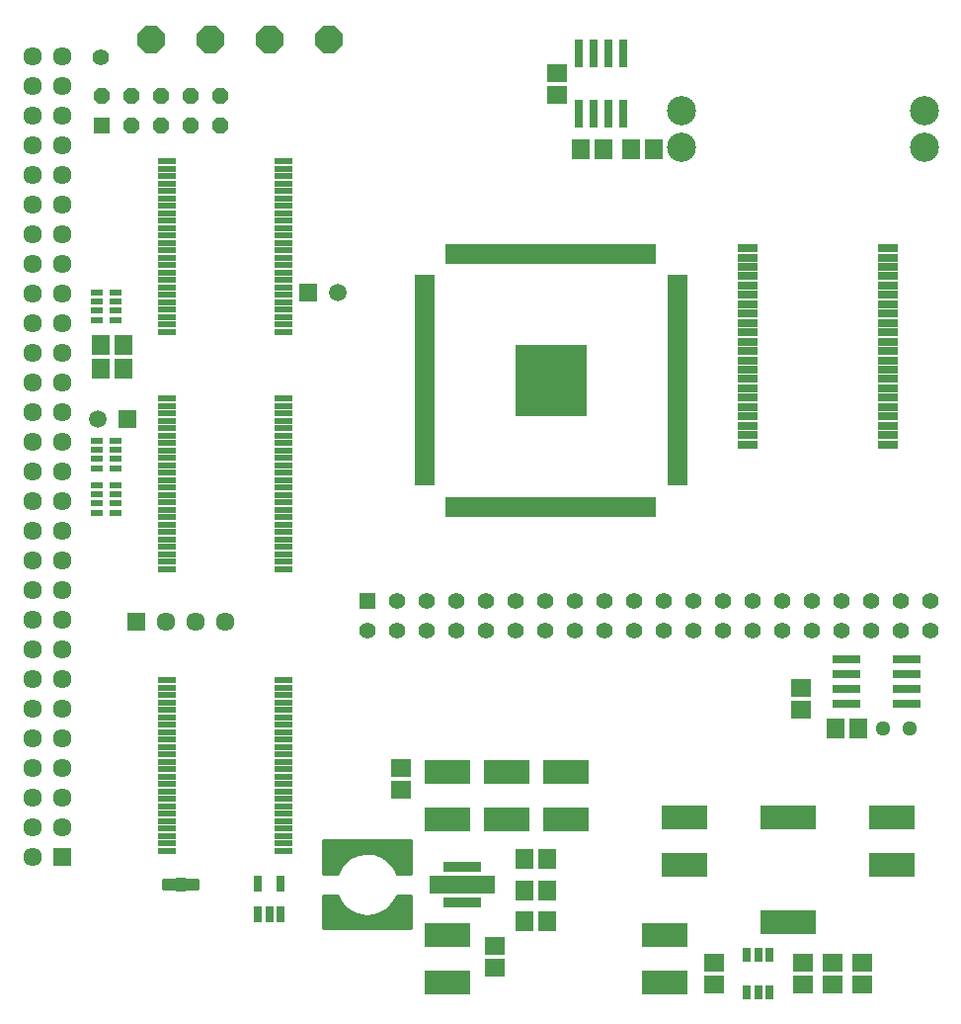
<source format=gts>
G75*
%MOIN*%
%OFA0B0*%
%FSLAX25Y25*%
%IPPOS*%
%LPD*%
%AMOC8*
5,1,8,0,0,1.08239X$1,22.5*
%
%ADD10C,0.05099*%
%ADD11C,0.09855*%
%ADD12R,0.06706X0.05918*%
%ADD13R,0.15367X0.07887*%
%ADD14R,0.06337X0.06337*%
%ADD15C,0.06337*%
%ADD16R,0.05918X0.02375*%
%ADD17R,0.03162X0.09461*%
%ADD18R,0.07099X0.01981*%
%ADD19R,0.01981X0.07099*%
%ADD20R,0.24000X0.24000*%
%ADD21R,0.03162X0.05131*%
%ADD22R,0.18910X0.07887*%
%ADD23R,0.05918X0.06706*%
%ADD24R,0.06706X0.02572*%
%ADD25R,0.05550X0.05550*%
%ADD26C,0.05550*%
%ADD27OC8,0.05550*%
%ADD28R,0.03937X0.02362*%
%ADD29R,0.02965X0.05524*%
%ADD30R,0.09461X0.03162*%
%ADD31C,0.01580*%
%ADD32OC8,0.09300*%
%ADD33C,0.01000*%
%ADD34R,0.13150X0.03465*%
%ADD35R,0.22000X0.06457*%
%ADD36R,0.05943X0.05943*%
%ADD37C,0.05943*%
D10*
X0332000Y0112500D03*
X0341000Y0112500D03*
D11*
X0345945Y0308701D03*
X0345945Y0320906D03*
X0264055Y0320906D03*
X0264055Y0308701D03*
D12*
X0222000Y0326260D03*
X0222000Y0333740D03*
X0304500Y0126240D03*
X0304500Y0118760D03*
X0169500Y0099240D03*
X0169500Y0091760D03*
X0201000Y0039240D03*
X0201000Y0031760D03*
X0275000Y0033740D03*
X0275000Y0026260D03*
X0305000Y0026260D03*
X0315000Y0026260D03*
X0325000Y0026260D03*
X0325000Y0033740D03*
X0315000Y0033740D03*
X0305000Y0033740D03*
D13*
X0258500Y0026929D03*
X0258500Y0043071D03*
X0265000Y0066429D03*
X0265000Y0082571D03*
X0225000Y0081929D03*
X0205000Y0081929D03*
X0185000Y0081929D03*
X0185000Y0098071D03*
X0205000Y0098071D03*
X0225000Y0098071D03*
X0185000Y0043071D03*
X0185000Y0026929D03*
X0335000Y0066429D03*
X0335000Y0082571D03*
D14*
X0080000Y0148500D03*
X0055000Y0069173D03*
D15*
X0045000Y0069173D03*
X0045000Y0079173D03*
X0055000Y0079173D03*
X0055000Y0089173D03*
X0045000Y0089173D03*
X0045000Y0099173D03*
X0055000Y0099173D03*
X0055000Y0109173D03*
X0045000Y0109173D03*
X0045000Y0119173D03*
X0055000Y0119173D03*
X0055000Y0129173D03*
X0045000Y0129173D03*
X0045000Y0139173D03*
X0055000Y0139173D03*
X0055000Y0149173D03*
X0045000Y0149173D03*
X0045000Y0159173D03*
X0055000Y0159173D03*
X0055000Y0169173D03*
X0045000Y0169173D03*
X0045000Y0179173D03*
X0055000Y0179173D03*
X0055000Y0189173D03*
X0045000Y0189173D03*
X0045000Y0199173D03*
X0055000Y0199173D03*
X0055000Y0209173D03*
X0045000Y0209173D03*
X0045000Y0219173D03*
X0055000Y0219173D03*
X0055000Y0229173D03*
X0045000Y0229173D03*
X0045000Y0239173D03*
X0055000Y0239173D03*
X0055000Y0249173D03*
X0045000Y0249173D03*
X0045000Y0259173D03*
X0055000Y0259173D03*
X0055000Y0269173D03*
X0045000Y0269173D03*
X0045000Y0279173D03*
X0055000Y0279173D03*
X0055000Y0289173D03*
X0045000Y0289173D03*
X0045000Y0299173D03*
X0055000Y0299173D03*
X0055000Y0309173D03*
X0045000Y0309173D03*
X0045000Y0319173D03*
X0055000Y0319173D03*
X0055000Y0329173D03*
X0045000Y0329173D03*
X0045000Y0339173D03*
X0055000Y0339173D03*
X0090000Y0148500D03*
X0100000Y0148500D03*
X0110000Y0148500D03*
D16*
X0090394Y0166250D03*
X0090394Y0168750D03*
X0090394Y0171250D03*
X0090394Y0173750D03*
X0090394Y0176250D03*
X0090394Y0178750D03*
X0090394Y0181250D03*
X0090394Y0183750D03*
X0090394Y0186250D03*
X0090394Y0188750D03*
X0090394Y0191250D03*
X0090394Y0193750D03*
X0090394Y0196250D03*
X0090394Y0198750D03*
X0090394Y0201250D03*
X0090394Y0203750D03*
X0090394Y0206250D03*
X0090394Y0208750D03*
X0090394Y0211250D03*
X0090394Y0213750D03*
X0090394Y0216250D03*
X0090394Y0218750D03*
X0090394Y0221250D03*
X0090394Y0223750D03*
X0090394Y0246250D03*
X0090394Y0248750D03*
X0090394Y0251250D03*
X0090394Y0253750D03*
X0090394Y0256250D03*
X0090394Y0258750D03*
X0090394Y0261250D03*
X0090394Y0263750D03*
X0090394Y0266250D03*
X0090394Y0268750D03*
X0090394Y0271250D03*
X0090394Y0273750D03*
X0090394Y0276250D03*
X0090394Y0278750D03*
X0090394Y0281250D03*
X0090394Y0283750D03*
X0090394Y0286250D03*
X0090394Y0288750D03*
X0090394Y0291250D03*
X0090394Y0293750D03*
X0090394Y0296250D03*
X0090394Y0298750D03*
X0090394Y0301250D03*
X0090394Y0303750D03*
X0129606Y0303750D03*
X0129606Y0301250D03*
X0129606Y0298750D03*
X0129606Y0296250D03*
X0129606Y0293750D03*
X0129606Y0291250D03*
X0129606Y0288750D03*
X0129606Y0286250D03*
X0129606Y0283750D03*
X0129606Y0281250D03*
X0129606Y0278750D03*
X0129606Y0276250D03*
X0129606Y0273750D03*
X0129606Y0271250D03*
X0129606Y0268750D03*
X0129606Y0266250D03*
X0129606Y0263750D03*
X0129606Y0261250D03*
X0129606Y0258750D03*
X0129606Y0256250D03*
X0129606Y0253750D03*
X0129606Y0251250D03*
X0129606Y0248750D03*
X0129606Y0246250D03*
X0129606Y0223750D03*
X0129606Y0221250D03*
X0129606Y0218750D03*
X0129606Y0216250D03*
X0129606Y0213750D03*
X0129606Y0211250D03*
X0129606Y0208750D03*
X0129606Y0206250D03*
X0129606Y0203750D03*
X0129606Y0201250D03*
X0129606Y0198750D03*
X0129606Y0196250D03*
X0129606Y0193750D03*
X0129606Y0191250D03*
X0129606Y0188750D03*
X0129606Y0186250D03*
X0129606Y0183750D03*
X0129606Y0181250D03*
X0129606Y0178750D03*
X0129606Y0176250D03*
X0129606Y0173750D03*
X0129606Y0171250D03*
X0129606Y0168750D03*
X0129606Y0166250D03*
X0129606Y0128750D03*
X0129606Y0126250D03*
X0129606Y0123750D03*
X0129606Y0121250D03*
X0129606Y0118750D03*
X0129606Y0116250D03*
X0129606Y0113750D03*
X0129606Y0111250D03*
X0129606Y0108750D03*
X0129606Y0106250D03*
X0129606Y0103750D03*
X0129606Y0101250D03*
X0129606Y0098750D03*
X0129606Y0096250D03*
X0129606Y0093750D03*
X0129606Y0091250D03*
X0129606Y0088750D03*
X0129606Y0086250D03*
X0129606Y0083750D03*
X0129606Y0081250D03*
X0129606Y0078750D03*
X0129606Y0076250D03*
X0129606Y0073750D03*
X0129606Y0071250D03*
X0090394Y0071250D03*
X0090394Y0073750D03*
X0090394Y0076250D03*
X0090394Y0078750D03*
X0090394Y0081250D03*
X0090394Y0083750D03*
X0090394Y0086250D03*
X0090394Y0088750D03*
X0090394Y0091250D03*
X0090394Y0093750D03*
X0090394Y0096250D03*
X0090394Y0098750D03*
X0090394Y0101250D03*
X0090394Y0103750D03*
X0090394Y0106250D03*
X0090394Y0108750D03*
X0090394Y0111250D03*
X0090394Y0113750D03*
X0090394Y0116250D03*
X0090394Y0118750D03*
X0090394Y0121250D03*
X0090394Y0123750D03*
X0090394Y0126250D03*
X0090394Y0128750D03*
D17*
X0229500Y0319764D03*
X0234500Y0319764D03*
X0239500Y0319764D03*
X0244500Y0319764D03*
X0244500Y0340236D03*
X0239500Y0340236D03*
X0234500Y0340236D03*
X0229500Y0340236D03*
D18*
X0262717Y0264449D03*
X0262717Y0262480D03*
X0262717Y0260512D03*
X0262717Y0258543D03*
X0262717Y0256575D03*
X0262717Y0254606D03*
X0262717Y0252638D03*
X0262717Y0250669D03*
X0262717Y0248701D03*
X0262717Y0246732D03*
X0262717Y0244764D03*
X0262717Y0242795D03*
X0262717Y0240827D03*
X0262717Y0238858D03*
X0262717Y0236890D03*
X0262717Y0234921D03*
X0262717Y0232953D03*
X0262717Y0230984D03*
X0262717Y0229016D03*
X0262717Y0227047D03*
X0262717Y0225079D03*
X0262717Y0223110D03*
X0262717Y0221142D03*
X0262717Y0219173D03*
X0262717Y0217205D03*
X0262717Y0215236D03*
X0262717Y0213268D03*
X0262717Y0211299D03*
X0262717Y0209331D03*
X0262717Y0207362D03*
X0262717Y0205394D03*
X0262717Y0203425D03*
X0262717Y0201457D03*
X0262717Y0199488D03*
X0262717Y0197520D03*
X0262717Y0195551D03*
X0177283Y0195551D03*
X0177283Y0197520D03*
X0177283Y0199488D03*
X0177283Y0201457D03*
X0177283Y0203425D03*
X0177283Y0205394D03*
X0177283Y0207362D03*
X0177283Y0209331D03*
X0177283Y0211299D03*
X0177283Y0213268D03*
X0177283Y0215236D03*
X0177283Y0217205D03*
X0177283Y0219173D03*
X0177283Y0221142D03*
X0177283Y0223110D03*
X0177283Y0225079D03*
X0177283Y0227047D03*
X0177283Y0229016D03*
X0177283Y0230984D03*
X0177283Y0232953D03*
X0177283Y0234921D03*
X0177283Y0236890D03*
X0177283Y0238858D03*
X0177283Y0240827D03*
X0177283Y0242795D03*
X0177283Y0244764D03*
X0177283Y0246732D03*
X0177283Y0248701D03*
X0177283Y0250669D03*
X0177283Y0252638D03*
X0177283Y0254606D03*
X0177283Y0256575D03*
X0177283Y0258543D03*
X0177283Y0260512D03*
X0177283Y0262480D03*
X0177283Y0264449D03*
D19*
X0185551Y0272717D03*
X0187520Y0272717D03*
X0189488Y0272717D03*
X0191457Y0272717D03*
X0193425Y0272717D03*
X0195394Y0272717D03*
X0197362Y0272717D03*
X0199331Y0272717D03*
X0201299Y0272717D03*
X0203268Y0272717D03*
X0205236Y0272717D03*
X0207205Y0272717D03*
X0209173Y0272717D03*
X0211142Y0272717D03*
X0213110Y0272717D03*
X0215079Y0272717D03*
X0217047Y0272717D03*
X0219016Y0272717D03*
X0220984Y0272717D03*
X0222953Y0272717D03*
X0224921Y0272717D03*
X0226890Y0272717D03*
X0228858Y0272717D03*
X0230827Y0272717D03*
X0232795Y0272717D03*
X0234764Y0272717D03*
X0236732Y0272717D03*
X0238701Y0272717D03*
X0240669Y0272717D03*
X0242638Y0272717D03*
X0244606Y0272717D03*
X0246575Y0272717D03*
X0248543Y0272717D03*
X0250512Y0272717D03*
X0252480Y0272717D03*
X0254449Y0272717D03*
X0254449Y0187283D03*
X0252480Y0187283D03*
X0250512Y0187283D03*
X0248543Y0187283D03*
X0246575Y0187283D03*
X0244606Y0187283D03*
X0242638Y0187283D03*
X0240669Y0187283D03*
X0238701Y0187283D03*
X0236732Y0187283D03*
X0234764Y0187283D03*
X0232795Y0187283D03*
X0230827Y0187283D03*
X0228858Y0187283D03*
X0226890Y0187283D03*
X0224921Y0187283D03*
X0222953Y0187283D03*
X0220984Y0187283D03*
X0219016Y0187283D03*
X0217047Y0187283D03*
X0215079Y0187283D03*
X0213110Y0187283D03*
X0211142Y0187283D03*
X0209173Y0187283D03*
X0207205Y0187283D03*
X0205236Y0187283D03*
X0203268Y0187283D03*
X0201299Y0187283D03*
X0199331Y0187283D03*
X0197362Y0187283D03*
X0195394Y0187283D03*
X0193425Y0187283D03*
X0191457Y0187283D03*
X0189488Y0187283D03*
X0187520Y0187283D03*
X0185551Y0187283D03*
D20*
X0220000Y0230000D03*
D21*
X0286260Y0036299D03*
X0290000Y0036299D03*
X0293740Y0036299D03*
X0293740Y0023701D03*
X0290000Y0023701D03*
X0286260Y0023701D03*
D22*
X0300000Y0047283D03*
X0300000Y0082717D03*
D23*
X0316260Y0112500D03*
X0323740Y0112500D03*
X0218740Y0068500D03*
X0211260Y0068500D03*
X0211260Y0058000D03*
X0218740Y0058000D03*
X0218740Y0047500D03*
X0211260Y0047500D03*
X0075740Y0234000D03*
X0068260Y0234000D03*
X0068260Y0242000D03*
X0075740Y0242000D03*
X0230260Y0308000D03*
X0237740Y0308000D03*
X0247260Y0308000D03*
X0254740Y0308000D03*
D24*
X0286413Y0274535D03*
X0286413Y0271386D03*
X0286413Y0268236D03*
X0286413Y0265087D03*
X0286413Y0261937D03*
X0286413Y0258787D03*
X0286413Y0255638D03*
X0286413Y0252488D03*
X0286413Y0249338D03*
X0286413Y0246189D03*
X0286413Y0243039D03*
X0286413Y0239890D03*
X0286413Y0236740D03*
X0286413Y0233590D03*
X0286413Y0230441D03*
X0286413Y0227291D03*
X0286413Y0224142D03*
X0286413Y0220992D03*
X0286413Y0217842D03*
X0286413Y0214693D03*
X0286413Y0211543D03*
X0286413Y0208394D03*
X0333658Y0208394D03*
X0333658Y0211543D03*
X0333658Y0214693D03*
X0333658Y0217842D03*
X0333658Y0220992D03*
X0333658Y0224142D03*
X0333658Y0227291D03*
X0333658Y0230441D03*
X0333658Y0233590D03*
X0333658Y0236740D03*
X0333658Y0239890D03*
X0333658Y0243039D03*
X0333658Y0246189D03*
X0333658Y0249338D03*
X0333658Y0252488D03*
X0333658Y0255638D03*
X0333658Y0258787D03*
X0333658Y0261937D03*
X0333658Y0265087D03*
X0333658Y0268236D03*
X0333658Y0271386D03*
X0333658Y0274535D03*
D25*
X0157953Y0155669D03*
X0068500Y0316000D03*
D26*
X0068000Y0339000D03*
X0167953Y0155669D03*
X0177953Y0155669D03*
X0187953Y0155669D03*
X0197953Y0155669D03*
X0207953Y0155669D03*
X0217953Y0155669D03*
X0227953Y0155669D03*
X0237953Y0155669D03*
X0247953Y0155669D03*
X0257953Y0155669D03*
X0267953Y0155669D03*
X0277953Y0155669D03*
X0287953Y0155669D03*
X0297953Y0155669D03*
X0307953Y0155669D03*
X0317953Y0155669D03*
X0327953Y0155669D03*
X0337953Y0155669D03*
X0347953Y0155669D03*
X0347953Y0145669D03*
X0337953Y0145669D03*
X0327953Y0145669D03*
X0317953Y0145669D03*
X0307953Y0145669D03*
X0297953Y0145669D03*
X0287953Y0145669D03*
X0277953Y0145669D03*
X0267953Y0145669D03*
X0257953Y0145669D03*
X0247953Y0145669D03*
X0237953Y0145669D03*
X0227953Y0145669D03*
X0217953Y0145669D03*
X0207953Y0145669D03*
X0197953Y0145669D03*
X0187953Y0145669D03*
X0177953Y0145669D03*
X0167953Y0145669D03*
X0157953Y0145669D03*
D27*
X0108500Y0316000D03*
X0108500Y0326000D03*
X0098500Y0326000D03*
X0088500Y0326000D03*
X0088500Y0316000D03*
X0098500Y0316000D03*
X0078500Y0316000D03*
X0078500Y0326000D03*
X0068500Y0326000D03*
D28*
X0066850Y0259724D03*
X0066850Y0256575D03*
X0066850Y0253425D03*
X0066850Y0250276D03*
X0073150Y0250276D03*
X0073150Y0253425D03*
X0073150Y0256575D03*
X0073150Y0259724D03*
X0073150Y0209724D03*
X0073150Y0206575D03*
X0073150Y0203425D03*
X0073150Y0200276D03*
X0073150Y0194724D03*
X0073150Y0191575D03*
X0073150Y0188425D03*
X0073150Y0185276D03*
X0066850Y0185276D03*
X0066850Y0188425D03*
X0066850Y0191575D03*
X0066850Y0194724D03*
X0066850Y0200276D03*
X0066850Y0203425D03*
X0066850Y0206575D03*
X0066850Y0209724D03*
D29*
X0121260Y0060118D03*
X0128740Y0060118D03*
X0128740Y0049882D03*
X0125000Y0049882D03*
X0121260Y0049882D03*
D30*
X0319764Y0121000D03*
X0319764Y0126000D03*
X0319764Y0131000D03*
X0319764Y0136000D03*
X0340236Y0136000D03*
X0340236Y0131000D03*
X0340236Y0126000D03*
X0340236Y0121000D03*
D31*
X0089485Y0061185D02*
X0089485Y0058815D01*
X0089485Y0061185D02*
X0092641Y0061185D01*
X0092641Y0058815D01*
X0089485Y0058815D01*
X0089485Y0060394D02*
X0092641Y0060394D01*
X0093815Y0061578D02*
X0093815Y0058422D01*
X0093815Y0061578D02*
X0096185Y0061578D01*
X0096185Y0058422D01*
X0093815Y0058422D01*
X0093815Y0060001D02*
X0096185Y0060001D01*
X0097359Y0061185D02*
X0097359Y0058815D01*
X0097359Y0061185D02*
X0100515Y0061185D01*
X0100515Y0058815D01*
X0097359Y0058815D01*
X0097359Y0060394D02*
X0100515Y0060394D01*
D32*
X0105000Y0345000D03*
X0085000Y0345000D03*
X0125000Y0345000D03*
X0145000Y0345000D03*
D33*
X0143236Y0074764D02*
X0172764Y0074764D01*
X0172764Y0074783D01*
X0172764Y0063740D01*
X0167972Y0063740D01*
X0167858Y0064059D01*
X0167661Y0064512D01*
X0167417Y0064969D01*
X0167126Y0065480D01*
X0166854Y0065949D01*
X0166504Y0066441D01*
X0166236Y0066783D01*
X0165803Y0067291D01*
X0165161Y0067933D01*
X0164469Y0068512D01*
X0163685Y0069020D01*
X0162917Y0069476D01*
X0162287Y0069772D01*
X0161642Y0070016D01*
X0160961Y0070232D01*
X0160232Y0070417D01*
X0159559Y0070551D01*
X0158996Y0070606D01*
X0158417Y0070657D01*
X0157945Y0070646D01*
X0157335Y0070618D01*
X0156547Y0070551D01*
X0155642Y0070398D01*
X0154803Y0070161D01*
X0154043Y0069882D01*
X0153295Y0069563D01*
X0152587Y0069197D01*
X0151894Y0068748D01*
X0151295Y0068291D01*
X0150701Y0067764D01*
X0150122Y0067169D01*
X0149602Y0066571D01*
X0149087Y0065862D01*
X0148622Y0065047D01*
X0148248Y0064323D01*
X0148004Y0063724D01*
X0148004Y0063740D01*
X0143236Y0063740D01*
X0143236Y0074764D01*
X0143236Y0073897D02*
X0172764Y0073897D01*
X0172764Y0072899D02*
X0143236Y0072899D01*
X0143236Y0071900D02*
X0172764Y0071900D01*
X0172764Y0070902D02*
X0143236Y0070902D01*
X0143236Y0069903D02*
X0154101Y0069903D01*
X0152136Y0068905D02*
X0143236Y0068905D01*
X0143236Y0067906D02*
X0150861Y0067906D01*
X0149895Y0066908D02*
X0143236Y0066908D01*
X0143236Y0065909D02*
X0149121Y0065909D01*
X0148552Y0064911D02*
X0143236Y0064911D01*
X0143236Y0063912D02*
X0148081Y0063912D01*
X0148028Y0056260D02*
X0148142Y0055941D01*
X0148339Y0055488D01*
X0148583Y0055031D01*
X0148874Y0054520D01*
X0149146Y0054051D01*
X0149496Y0053559D01*
X0149764Y0053217D01*
X0150197Y0052709D01*
X0150839Y0052067D01*
X0151531Y0051488D01*
X0152315Y0050980D01*
X0153083Y0050524D01*
X0153713Y0050228D01*
X0154358Y0049984D01*
X0155039Y0049768D01*
X0155768Y0049583D01*
X0156441Y0049449D01*
X0157004Y0049394D01*
X0157583Y0049343D01*
X0158055Y0049354D01*
X0158665Y0049382D01*
X0159453Y0049449D01*
X0160358Y0049602D01*
X0161197Y0049839D01*
X0161957Y0050118D01*
X0162705Y0050437D01*
X0163413Y0050803D01*
X0164106Y0051252D01*
X0164705Y0051709D01*
X0165299Y0052236D01*
X0165878Y0052831D01*
X0166398Y0053429D01*
X0166913Y0054138D01*
X0167378Y0054953D01*
X0167752Y0055677D01*
X0167996Y0056276D01*
X0167996Y0056260D01*
X0172764Y0056260D01*
X0172764Y0045236D01*
X0143236Y0045236D01*
X0143236Y0045217D01*
X0143236Y0056260D01*
X0148028Y0056260D01*
X0148149Y0055924D02*
X0143236Y0055924D01*
X0143236Y0054926D02*
X0148643Y0054926D01*
X0149234Y0053927D02*
X0143236Y0053927D01*
X0143236Y0052929D02*
X0150009Y0052929D01*
X0151002Y0051930D02*
X0143236Y0051930D01*
X0143236Y0050932D02*
X0152397Y0050932D01*
X0154519Y0049933D02*
X0143236Y0049933D01*
X0143236Y0048934D02*
X0172764Y0048934D01*
X0172764Y0047936D02*
X0143236Y0047936D01*
X0143236Y0046937D02*
X0172764Y0046937D01*
X0172764Y0045939D02*
X0143236Y0045939D01*
X0161454Y0049933D02*
X0172764Y0049933D01*
X0172764Y0050932D02*
X0163612Y0050932D01*
X0164954Y0051930D02*
X0172764Y0051930D01*
X0172764Y0052929D02*
X0165963Y0052929D01*
X0166760Y0053927D02*
X0172764Y0053927D01*
X0172764Y0054926D02*
X0167362Y0054926D01*
X0167853Y0055924D02*
X0172764Y0055924D01*
X0172764Y0063912D02*
X0167911Y0063912D01*
X0167448Y0064911D02*
X0172764Y0064911D01*
X0172764Y0065909D02*
X0166877Y0065909D01*
X0166130Y0066908D02*
X0172764Y0066908D01*
X0172764Y0067906D02*
X0165188Y0067906D01*
X0163862Y0068905D02*
X0172764Y0068905D01*
X0172764Y0069903D02*
X0161939Y0069903D01*
D34*
X0190000Y0065945D03*
X0190000Y0054055D03*
D35*
X0190000Y0060000D03*
D36*
X0077000Y0217000D03*
X0138000Y0259500D03*
D37*
X0148000Y0259500D03*
X0067000Y0217000D03*
M02*

</source>
